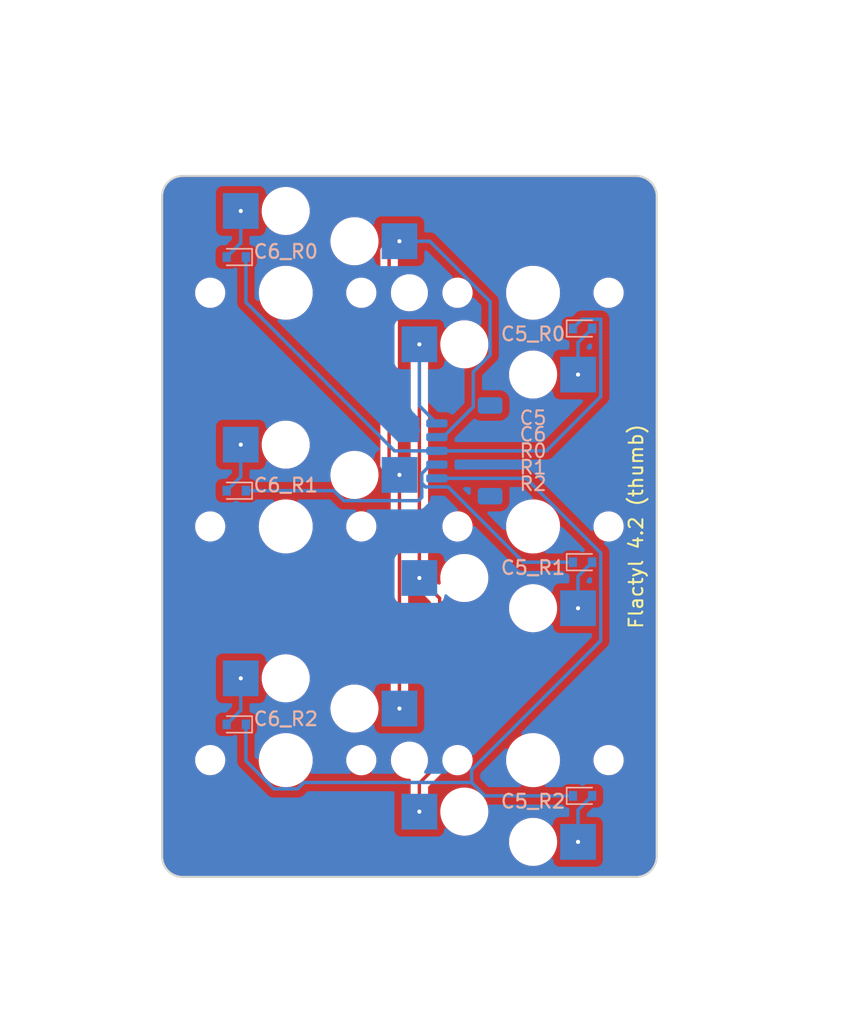
<source format=kicad_pcb>
(kicad_pcb (version 20221018) (generator pcbnew)
  (title_block (title "thumb") (rev "v1.0.0") (company "Unknown"))
  (layers (0 "F.Cu" signal) (31 "B.Cu" signal) (34 "B.Paste" user) (35 "F.Paste" user) (36 "B.SilkS" user "B.Silkscreen") (37 "F.SilkS" user "F.Silkscreen") (38 "B.Mask" user) (39 "F.Mask" user) (44 "Edge.Cuts" user))
  (net 0 "")
  (net 1 "C5")
  (net 2 "C6")
  (net 3 "R0")
  (net 4 "R1")
  (net 5 "R2")
  (net 6 "C5_R0D")
  (net 7 "C5_R1D")
  (net 8 "C5_R2D")
  (net 9 "C6_R0D")
  (net 10 "C6_R1D")
  (net 11 "C6_R2D")
  (footprint "somelogo" (layer "F.Cu") (at 18 -54)
    (fp_text reference "T3" hide)
    (fp_text value "y")
  )
  (footprint "MountingHole_2.2mm_M2" (layer "F.Cu") (at 9 -34)
    (fp_text reference "H1" hide)
    (fp_text value "" (at 0 0) (layer "F.SilkS") (effects (font (size 1.27 1.27))))
    (pad "" np_thru_hole circle (at 0 0) (size 2.2 2.2) (drill 2.2) (layers "*.Cu" "*.Mask"))
  )
  (footprint "somelogo" (layer "F.Cu") (at 25.5 -17 -90)
    (fp_text reference "T1" hide)
    (fp_text value "Flactyl 4.2 (thumb)" (at 0 0 270) (layer "F.SilkS"))
  )
  (footprint "somelogo" (layer "F.Cu") (at 38 -34)
    (fp_text reference "T2" hide)
    (fp_text value "x")
  )
  (footprint "MountingHole_2.2mm_M2" (layer "F.Cu") (at 9 0)
    (fp_text reference "H2" hide)
    (fp_text value "" (at 0 0) (layer "F.SilkS") (effects (font (size 1.27 1.27))))
    (pad "" np_thru_hole circle (at 0 0) (size 2.2 2.2) (drill 2.2) (layers "*.Cu" "*.Mask"))
  )
  (footprint "Kailh_socket_PG1350_no_silk" (layer "B.Cu") (at 18 -17)
    (fp_text reference "S2" hide)
    (fp_text value "" (at 0 0) (layer "F.SilkS") (effects (font (size 1.27 1.27))))
    (fp_text user "C5_R1" (at 0 3) (layer "B.SilkS"))
    (fp_text user "C5_R1" (at 0 3) (layer "F.SilkS"))
    (pad "" np_thru_hole circle (at -5.5 0) (size 1.7018 1.7018) (drill 1.7018) (layers "*.Cu" "*.Mask"))
    (pad "" np_thru_hole circle (at -5 3.75) (size 3 3) (drill 3) (layers "*.Cu" "*.Mask"))
    (pad "" np_thru_hole circle (at 0 0) (size 3.429 3.429) (drill 3.429) (layers "*.Cu" "*.Mask"))
    (pad "" np_thru_hole circle (at 0 5.95) (size 3 3) (drill 3) (layers "*.Cu" "*.Mask"))
    (pad "" np_thru_hole circle (at 5.5 0) (size 1.7018 1.7018) (drill 1.7018) (layers "*.Cu" "*.Mask"))
    (pad "1" smd rect (at 3.275 5.95) (size 2.6 2.6) (layers "B.Cu" "B.Paste" "B.Mask") (net 7 "C5_R1D"))
    (pad "2" smd rect (at -8.275 3.75) (size 2.6 2.6) (layers "B.Cu" "B.Paste" "B.Mask") (net 1 "C5"))
    (pad "3" thru_hole circle (at 3.275 5.95) (size 0.6 0.6) (drill 0.3) (layers "*.Cu") (net 7 "C5_R1D"))
    (pad "4" thru_hole circle (at -8.275 3.75) (size 0.6 0.6) (drill 0.3) (layers "*.Cu") (net 1 "C5"))
  )
  (footprint "Kailh_socket_PG1350_no_silk" (layer "B.Cu") (at 18 -34)
    (fp_text reference "S1" hide)
    (fp_text value "" (at 0 0) (layer "F.SilkS") (effects (font (size 1.27 1.27))))
    (fp_text user "C5_R0" (at 0 3) (layer "B.SilkS"))
    (fp_text user "C5_R0" (at 0 3) (layer "F.SilkS"))
    (pad "" np_thru_hole circle (at -5.5 0) (size 1.7018 1.7018) (drill 1.7018) (layers "*.Cu" "*.Mask"))
    (pad "" np_thru_hole circle (at -5 3.75) (size 3 3) (drill 3) (layers "*.Cu" "*.Mask"))
    (pad "" np_thru_hole circle (at 0 0) (size 3.429 3.429) (drill 3.429) (layers "*.Cu" "*.Mask"))
    (pad "" np_thru_hole circle (at 0 5.95) (size 3 3) (drill 3) (layers "*.Cu" "*.Mask"))
    (pad "" np_thru_hole circle (at 5.5 0) (size 1.7018 1.7018) (drill 1.7018) (layers "*.Cu" "*.Mask"))
    (pad "1" smd rect (at 3.275 5.95) (size 2.6 2.6) (layers "B.Cu" "B.Paste" "B.Mask") (net 6 "C5_R0D"))
    (pad "2" smd rect (at -8.275 3.75) (size 2.6 2.6) (layers "B.Cu" "B.Paste" "B.Mask") (net 1 "C5"))
    (pad "3" thru_hole circle (at 3.275 5.95) (size 0.6 0.6) (drill 0.3) (layers "*.Cu") (net 6 "C5_R0D"))
    (pad "4" thru_hole circle (at -8.275 3.75) (size 0.6 0.6) (drill 0.3) (layers "*.Cu") (net 1 "C5"))
  )
  (footprint "JST_SH_SM05B-SRSS-TB_1x05-1MP_P1.00mm_Horizontal" (layer "B.Cu") (at 13 -22.5 -90)
    (fp_text reference "JC1" hide)
    (fp_text value "" (at 0 0 -90) (layer "F.SilkS") (effects (font (size 1.27 1.27))))
    (fp_text user "R2" (at 2.4 -5 unlocked) (layer "B.SilkS"))
    (fp_text user "R0" (at 0 -5 unlocked) (layer "B.SilkS"))
    (fp_text user "C5" (at -2.4 -5 unlocked) (layer "B.SilkS"))
    (fp_text user "R1" (at 1.2 -5 unlocked) (layer "B.SilkS"))
    (fp_text user "C6" (at -1.2 -5 unlocked) (layer "B.SilkS"))
    (pad "1" smd roundrect (at -2 2 270) (size 0.6 1.55) (layers "B.Cu" "B.Paste" "B.Mask") (net 1 "C5"))
    (pad "2" smd roundrect (at -1 2 270) (size 0.6 1.55) (layers "B.Cu" "B.Paste" "B.Mask") (net 2 "C6"))
    (pad "3" smd roundrect (at 0 2 270) (size 0.6 1.55) (layers "B.Cu" "B.Paste" "B.Mask") (net 3 "R0"))
    (pad "4" smd roundrect (at 1 2 270) (size 0.6 1.55) (layers "B.Cu" "B.Paste" "B.Mask") (net 4 "R1"))
    (pad "5" smd roundrect (at 2 2 270) (size 0.6 1.55) (layers "B.Cu" "B.Paste" "B.Mask") (net 5 "R2"))
    (pad "MP" smd roundrect (at -3.3 -1.875 270) (size 1.2 1.8) (layers "B.Cu" "B.Paste" "B.Mask") (roundrect_rratio 0.2083333333))
    (pad "MP" smd roundrect (at 3.3 -1.875 270) (size 1.2 1.8) (layers "B.Cu" "B.Paste" "B.Mask") (roundrect_rratio 0.2083333333))
  )
  (footprint "Kailh_socket_PG1350_no_silk" (layer "B.Cu") (at 0 -34 180)
    (fp_text reference "S4" hide)
    (fp_text value "" (at 0 0 180) (layer "F.SilkS") (effects (font (size 1.27 1.27))))
    (fp_text user "C6_R0" (at 0 3 180) (layer "B.SilkS"))
    (fp_text user "C6_R0" (at 0 3 180) (layer "F.SilkS"))
    (pad "" np_thru_hole circle (at -5.5 0) (size 1.7018 1.7018) (drill 1.7018) (layers "*.Cu" "*.Mask"))
    (pad "" np_thru_hole circle (at -5 3.75) (size 3 3) (drill 3) (layers "*.Cu" "*.Mask"))
    (pad "" np_thru_hole circle (at 0 0) (size 3.429 3.429) (drill 3.429) (layers "*.Cu" "*.Mask"))
    (pad "" np_thru_hole circle (at 0 5.95) (size 3 3) (drill 3) (layers "*.Cu" "*.Mask"))
    (pad "" np_thru_hole circle (at 5.5 0) (size 1.7018 1.7018) (drill 1.7018) (layers "*.Cu" "*.Mask"))
    (pad "1" smd rect (at 3.275 5.95) (size 2.6 2.6) (layers "B.Cu" "B.Paste" "B.Mask") (net 9 "C6_R0D"))
    (pad "2" smd rect (at -8.275 3.75) (size 2.6 2.6) (layers "B.Cu" "B.Paste" "B.Mask") (net 2 "C6"))
    (pad "3" thru_hole circle (at 3.275 5.95) (size 0.6 0.6) (drill 0.3) (layers "*.Cu") (net 9 "C6_R0D"))
    (pad "4" thru_hole circle (at -8.275 3.75) (size 0.6 0.6) (drill 0.3) (layers "*.Cu") (net 2 "C6"))
  )
  (footprint "D_SOD-523" (layer "B.Cu") (at 21.6 -14.4)
    (fp_text reference "D2" hide)
    (fp_text value "D_SOD-523")
    (fp_line (start -1.15 -0.6) (end -1.15 0.6) (stroke (width 0.12)) (layer "B.SilkS"))
    (fp_line (start 0.7 -0.6) (end -1.15 -0.6) (stroke (width 0.12)) (layer "B.SilkS"))
    (fp_line (start 0.7 0.6) (end -1.15 0.6) (stroke (width 0.12)) (layer "B.SilkS"))
    (pad "1" smd rect (at -0.7 0) (size 0.6 0.7) (layers "B.Cu" "B.Paste" "B.Mask") (net 4 "R1"))
    (pad "2" smd rect (at 0.7 0) (size 0.6 0.7) (layers "B.Cu" "B.Paste" "B.Mask") (net 7 "C5_R1D"))
  )
  (footprint "D_SOD-523" (layer "B.Cu") (at -3.6 -36.6 180)
    (fp_text reference "D4" hide)
    (fp_text value "D_SOD-523")
    (fp_line (start -1.15 -0.6) (end -1.15 0.6) (stroke (width 0.12)) (layer "B.SilkS"))
    (fp_line (start 0.7 -0.6) (end -1.15 -0.6) (stroke (width 0.12)) (layer "B.SilkS"))
    (fp_line (start 0.7 0.6) (end -1.15 0.6) (stroke (width 0.12)) (layer "B.SilkS"))
    (pad "1" smd rect (at -0.7 0 180) (size 0.6 0.7) (layers "B.Cu" "B.Paste" "B.Mask") (net 3 "R0"))
    (pad "2" smd rect (at 0.7 0 180) (size 0.6 0.7) (layers "B.Cu" "B.Paste" "B.Mask") (net 9 "C6_R0D"))
  )
  (footprint "Kailh_socket_PG1350_no_silk" (layer "B.Cu") (at 0 -17 180)
    (fp_text reference "S5" hide)
    (fp_text value "" (at 0 0 180) (layer "F.SilkS") (effects (font (size 1.27 1.27))))
    (fp_text user "C6_R1" (at 0 3 180) (layer "B.SilkS"))
    (fp_text user "C6_R1" (at 0 3 180) (layer "F.SilkS"))
    (pad "" np_thru_hole circle (at -5.5 0) (size 1.7018 1.7018) (drill 1.7018) (layers "*.Cu" "*.Mask"))
    (pad "" np_thru_hole circle (at -5 3.75) (size 3 3) (drill 3) (layers "*.Cu" "*.Mask"))
    (pad "" np_thru_hole circle (at 0 0) (size 3.429 3.429) (drill 3.429) (layers "*.Cu" "*.Mask"))
    (pad "" np_thru_hole circle (at 0 5.95) (size 3 3) (drill 3) (layers "*.Cu" "*.Mask"))
    (pad "" np_thru_hole circle (at 5.5 0) (size 1.7018 1.7018) (drill 1.7018) (layers "*.Cu" "*.Mask"))
    (pad "1" smd rect (at 3.275 5.95) (size 2.6 2.6) (layers "B.Cu" "B.Paste" "B.Mask") (net 10 "C6_R1D"))
    (pad "2" smd rect (at -8.275 3.75) (size 2.6 2.6) (layers "B.Cu" "B.Paste" "B.Mask") (net 2 "C6"))
    (pad "3" thru_hole circle (at 3.275 5.95) (size 0.6 0.6) (drill 0.3) (layers "*.Cu") (net 10 "C6_R1D"))
    (pad "4" thru_hole circle (at -8.275 3.75) (size 0.6 0.6) (drill 0.3) (layers "*.Cu") (net 2 "C6"))
  )
  (footprint "D_SOD-523" (layer "B.Cu") (at -3.6 -19.6 180)
    (fp_text reference "D5" hide)
    (fp_text value "D_SOD-523")
    (fp_line (start -1.15 -0.6) (end -1.15 0.6) (stroke (width 0.12)) (layer "B.SilkS"))
    (fp_line (start 0.7 -0.6) (end -1.15 -0.6) (stroke (width 0.12)) (layer "B.SilkS"))
    (fp_line (start 0.7 0.6) (end -1.15 0.6) (stroke (width 0.12)) (layer "B.SilkS"))
    (pad "1" smd rect (at -0.7 0 180) (size 0.6 0.7) (layers "B.Cu" "B.Paste" "B.Mask") (net 4 "R1"))
    (pad "2" smd rect (at 0.7 0 180) (size 0.6 0.7) (layers "B.Cu" "B.Paste" "B.Mask") (net 10 "C6_R1D"))
  )
  (footprint "D_SOD-523" (layer "B.Cu") (at 21.6 2.6)
    (fp_text reference "D3" hide)
    (fp_text value "D_SOD-523")
    (fp_line (start -1.15 -0.6) (end -1.15 0.6) (stroke (width 0.12)) (layer "B.SilkS"))
    (fp_line (start 0.7 -0.6) (end -1.15 -0.6) (stroke (width 0.12)) (layer "B.SilkS"))
    (fp_line (start 0.7 0.6) (end -1.15 0.6) (stroke (width 0.12)) (layer "B.SilkS"))
    (pad "1" smd rect (at -0.7 0) (size 0.6 0.7) (layers "B.Cu" "B.Paste" "B.Mask") (net 5 "R2"))
    (pad "2" smd rect (at 0.7 0) (size 0.6 0.7) (layers "B.Cu" "B.Paste" "B.Mask") (net 8 "C5_R2D"))
  )
  (footprint "Kailh_socket_PG1350_no_silk" (layer "B.Cu") (at 0 0 180)
    (fp_text reference "S6" hide)
    (fp_text value "" (at 0 0 180) (layer "F.SilkS") (effects (font (size 1.27 1.27))))
    (fp_text user "C6_R2" (at 0 3 180) (layer "B.SilkS"))
    (fp_text user "C6_R2" (at 0 3 180) (layer "F.SilkS"))
    (pad "" np_thru_hole circle (at -5.5 0) (size 1.7018 1.7018) (drill 1.7018) (layers "*.Cu" "*.Mask"))
    (pad "" np_thru_hole circle (at -5 3.75) (size 3 3) (drill 3) (layers "*.Cu" "*.Mask"))
    (pad "" np_thru_hole circle (at 0 0) (size 3.429 3.429) (drill 3.429) (layers "*.Cu" "*.Mask"))
    (pad "" np_thru_hole circle (at 0 5.95) (size 3 3) (drill 3) (layers "*.Cu" "*.Mask"))
    (pad "" np_thru_hole circle (at 5.5 0) (size 1.7018 1.7018) (drill 1.7018) (layers "*.Cu" "*.Mask"))
    (pad "1" smd rect (at 3.275 5.95) (size 2.6 2.6) (layers "B.Cu" "B.Paste" "B.Mask") (net 11 "C6_R2D"))
    (pad "2" smd rect (at -8.275 3.75) (size 2.6 2.6) (layers "B.Cu" "B.Paste" "B.Mask") (net 2 "C6"))
    (pad "3" thru_hole circle (at 3.275 5.95) (size 0.6 0.6) (drill 0.3) (layers "*.Cu") (net 11 "C6_R2D"))
    (pad "4" thru_hole circle (at -8.275 3.75) (size 0.6 0.6) (drill 0.3) (layers "*.Cu") (net 2 "C6"))
  )
  (footprint "D_SOD-523" (layer "B.Cu") (at 21.6 -31.4)
    (fp_text reference "D1" hide)
    (fp_text value "D_SOD-523")
    (fp_line (start -1.15 -0.6) (end -1.15 0.6) (stroke (width 0.12)) (layer "B.SilkS"))
    (fp_line (start 0.7 -0.6) (end -1.15 -0.6) (stroke (width 0.12)) (layer "B.SilkS"))
    (fp_line (start 0.7 0.6) (end -1.15 0.6) (stroke (width 0.12)) (layer "B.SilkS"))
    (pad "1" smd rect (at -0.7 0) (size 0.6 0.7) (layers "B.Cu" "B.Paste" "B.Mask") (net 3 "R0"))
    (pad "2" smd rect (at 0.7 0) (size 0.6 0.7) (layers "B.Cu" "B.Paste" "B.Mask") (net 6 "C5_R0D"))
  )
  (footprint "D_SOD-523" (layer "B.Cu") (at -3.6 -2.6 180)
    (fp_text reference "D6" hide)
    (fp_text value "D_SOD-523")
    (fp_line (start -1.15 -0.6) (end -1.15 0.6) (stroke (width 0.12)) (layer "B.SilkS"))
    (fp_line (start 0.7 -0.6) (end -1.15 -0.6) (stroke (width 0.12)) (layer "B.SilkS"))
    (fp_line (start 0.7 0.6) (end -1.15 0.6) (stroke (width 0.12)) (layer "B.SilkS"))
    (pad "1" smd rect (at -0.7 0 180) (size 0.6 0.7) (layers "B.Cu" "B.Paste" "B.Mask") (net 5 "R2"))
    (pad "2" smd rect (at 0.7 0 180) (size 0.6 0.7) (layers "B.Cu" "B.Paste" "B.Mask") (net 11 "C6_R2D"))
  )
  (footprint "Kailh_socket_PG1350_no_silk" (layer "B.Cu") (at 18 0)
    (fp_text reference "S3" hide)
    (fp_text value "" (at 0 0) (layer "F.SilkS") (effects (font (size 1.27 1.27))))
    (fp_text user "C5_R2" (at 0 3) (layer "B.SilkS"))
    (fp_text user "C5_R2" (at 0 3) (layer "F.SilkS"))
    (pad "" np_thru_hole circle (at -5.5 0) (size 1.7018 1.7018) (drill 1.7018) (layers "*.Cu" "*.Mask"))
    (pad "" np_thru_hole circle (at -5 3.75) (size 3 3) (drill 3) (layers "*.Cu" "*.Mask"))
    (pad "" np_thru_hole circle (at 0 0) (size 3.429 3.429) (drill 3.429) (layers "*.Cu" "*.Mask"))
    (pad "" np_thru_hole circle (at 0 5.95) (size 3 3) (drill 3) (layers "*.Cu" "*.Mask"))
    (pad "" np_thru_hole circle (at 5.5 0) (size 1.7018 1.7018) (drill 1.7018) (layers "*.Cu" "*.Mask"))
    (pad "1" smd rect (at 3.275 5.95) (size 2.6 2.6) (layers "B.Cu" "B.Paste" "B.Mask") (net 8 "C5_R2D"))
    (pad "2" smd rect (at -8.275 3.75) (size 2.6 2.6) (layers "B.Cu" "B.Paste" "B.Mask") (net 1 "C5"))
    (pad "3" thru_hole circle (at 3.275 5.95) (size 0.6 0.6) (drill 0.3) (layers "*.Cu") (net 8 "C5_R2D"))
    (pad "4" thru_hole circle (at -8.275 3.75) (size 0.6 0.6) (drill 0.3) (layers "*.Cu") (net 1 "C5"))
  )
  (gr_arc (start 27 7) (mid 26.56066 8.06066) (end 25.5 8.5) (stroke (width 0.15)) (layer "Edge.Cuts"))
  (gr_line (start -7.5 -42.5) (end 25.5 -42.5) (stroke (width 0.15)) (layer "Edge.Cuts"))
  (gr_arc (start -9 -41) (mid -8.56066 -42.06066) (end -7.5 -42.5) (stroke (width 0.15)) (layer "Edge.Cuts"))
  (gr_line (start -7.5 8.5) (end 25.5 8.5) (stroke (width 0.15)) (layer "Edge.Cuts"))
  (gr_line (start 27 7) (end 27 -41) (stroke (width 0.15)) (layer "Edge.Cuts"))
  (gr_arc (start 25.5 -42.5) (mid 26.56066 -42.06066) (end 27 -41) (stroke (width 0.15)) (layer "Edge.Cuts"))
  (gr_line (start -9 7) (end -9 -41) (stroke (width 0.15)) (layer "Edge.Cuts"))
  (gr_arc (start -7.5 8.5) (mid -8.56066 8.06066) (end -9 7) (stroke (width 0.15)) (layer "Edge.Cuts"))
  (segment (start 11.2 0.2) (end 11.2 -11.775) (width 0.25) (layer "F.Cu") (net 1))
  (segment (start 9.725 1.675) (end 11.2 0.2) (width 0.25) (layer "F.Cu") (net 1))
  (segment (start 11.2 -11.775) (end 9.725 -13.25) (width 0.25) (layer "F.Cu") (net 1))
  (segment (start 9.725 -13.25) (end 9.725 -30.25) (width 0.25) (layer "F.Cu") (net 1))
  (segment (start 9.725 3.75) (end 9.725 1.675) (width 0.25) (layer "F.Cu") (net 1))
  (segment (start 11 -24.5) (end 9.725 -25.775) (width 0.25) (layer "B.Cu") (net 1))
  (segment (start 9.725 -25.775) (end 9.725 -30.25) (width 0.25) (layer "B.Cu") (net 1))
  (segment (start 7.525 -21.5) (end 8.275 -20.75) (width 0.25) (layer "F.Cu") (net 2))
  (segment (start 8.275 -20.75) (end 8.275 -3.75) (width 0.25) (layer "F.Cu") (net 2))
  (segment (start 8.275 -37.75) (end 7.525 -37) (width 0.25) (layer "F.Cu") (net 2))
  (segment (start 7.525 -37) (end 7.525 -21.5) (width 0.25) (layer "F.Cu") (net 2))
  (segment (start 14.875 -29.47335) (end 14.875 -33.358684) (width 0.25) (layer "B.Cu") (net 2))
  (segment (start 11 -23.5) (end 11.446751 -23.5) (width 0.25) (layer "B.Cu") (net 2))
  (segment (start 14.875 -33.358684) (end 10.483684 -37.75) (width 0.25) (layer "B.Cu") (net 2))
  (segment (start 10.483684 -37.75) (end 8.275 -37.75) (width 0.25) (layer "B.Cu") (net 2))
  (segment (start 11.446751 -23.5) (end 13.65 -25.703249) (width 0.25) (layer "B.Cu") (net 2))
  (segment (start 13.65 -25.703249) (end 13.65 -28.24835) (width 0.25) (layer "B.Cu") (net 2))
  (segment (start 13.65 -28.24835) (end 14.875 -29.47335) (width 0.25) (layer "B.Cu") (net 2))
  (segment (start 18.975 -22.5) (end 11 -22.5) (width 0.25) (layer "B.Cu") (net 3))
  (segment (start 7.914035 -22.5) (end 11 -22.5) (width 0.25) (layer "B.Cu") (net 3))
  (segment (start 20.9 -31.4) (end 21.575 -32.075) (width 0.25) (layer "B.Cu") (net 3))
  (segment (start 22.925 -26.45) (end 18.975 -22.5) (width 0.25) (layer "B.Cu") (net 3))
  (segment (start 21.575 -32.075) (end 22.925 -32.075) (width 0.25) (layer "B.Cu") (net 3))
  (segment (start -2.9 -33.314035) (end 7.914035 -22.5) (width 0.25) (layer "B.Cu") (net 3))
  (segment (start 22.925 -32.075) (end 22.925 -26.45) (width 0.25) (layer "B.Cu") (net 3))
  (segment (start -2.9 -36.6) (end -2.9 -33.314035) (width 0.25) (layer "B.Cu") (net 3))
  (segment (start 9.9 -20.153249) (end 9.9 -20.846751) (width 0.25) (layer "B.Cu") (net 4))
  (segment (start 4.22335 -18.875) (end 9.65 -18.875) (width 0.25) (layer "B.Cu") (net 4))
  (segment (start 9.65 -18.875) (end 9.9 -19.125) (width 0.25) (layer "B.Cu") (net 4))
  (segment (start 10.178249 -19.875) (end 9.9 -20.153249) (width 0.25) (layer "B.Cu") (net 4))
  (segment (start 20.9 -14.4) (end 17.296751 -14.4) (width 0.25) (layer "B.Cu") (net 4))
  (segment (start 10.553249 -21.5) (end 11 -21.5) (width 0.25) (layer "B.Cu") (net 4))
  (segment (start 11.821751 -19.875) (end 10.178249 -19.875) (width 0.25) (layer "B.Cu") (net 4))
  (segment (start 3.49835 -19.6) (end 4.22335 -18.875) (width 0.25) (layer "B.Cu") (net 4))
  (segment (start 9.9 -19.125) (end 9.9 -20.153249) (width 0.25) (layer "B.Cu") (net 4))
  (segment (start 17.296751 -14.4) (end 11.821751 -19.875) (width 0.25) (layer "B.Cu") (net 4))
  (segment (start 9.9 -20.846751) (end 10.553249 -21.5) (width 0.25) (layer "B.Cu") (net 4))
  (segment (start -2.9 -19.6) (end 3.49835 -19.6) (width 0.25) (layer "B.Cu") (net 4))
  (segment (start 22.925 -8.691316) (end 13.529149 0.704535) (width 0.25) (layer "B.Cu") (net 5))
  (segment (start 13.529149 0.704535) (end 13.529149 1.627499) (width 0.25) (layer "B.Cu") (net 5))
  (segment (start 0.865499 2.0895) (end -0.865499 2.0895) (width 0.25) (layer "B.Cu") (net 5))
  (segment (start 13.529149 1.627499) (end 1.327499 1.627499) (width 0.25) (layer "B.Cu") (net 5))
  (segment (start 1.327499 1.627499) (end 0.865499 2.0895) (width 0.25) (layer "B.Cu") (net 5))
  (segment (start 14.50165 2.6) (end 13.529149 1.627499) (width 0.25) (layer "B.Cu") (net 5))
  (segment (start -2.9 0.054999) (end -2.9 -2.6) (width 0.25) (layer "B.Cu") (net 5))
  (segment (start 17.5 -20.5) (end 22.925 -15.075) (width 0.25) (layer "B.Cu") (net 5))
  (segment (start 22.925 -15.075) (end 22.925 -8.691316) (width 0.25) (layer "B.Cu") (net 5))
  (segment (start -0.865499 2.0895) (end -2.9 0.054999) (width 0.25) (layer "B.Cu") (net 5))
  (segment (start 20.9 2.6) (end 14.50165 2.6) (width 0.25) (layer "B.Cu") (net 5))
  (segment (start 11 -20.5) (end 17.5 -20.5) (width 0.25) (layer "B.Cu") (net 5))
  (segment (start 21.275 -30.375) (end 22.3 -31.4) (width 0.25) (layer "B.Cu") (net 6))
  (segment (start 21.275 -28.05) (end 21.275 -30.375) (width 0.25) (layer "B.Cu") (net 6))
  (segment (start 21.275 -11.05) (end 21.275 -13.375) (width 0.25) (layer "B.Cu") (net 7))
  (segment (start 21.275 -13.375) (end 22.3 -14.4) (width 0.25) (layer "B.Cu") (net 7))
  (segment (start 21.275 3.625) (end 22.3 2.6) (width 0.25) (layer "B.Cu") (net 8))
  (segment (start 21.275 5.95) (end 21.275 3.625) (width 0.25) (layer "B.Cu") (net 8))
  (segment (start -3.275 -37.625) (end -4.3 -36.6) (width 0.25) (layer "B.Cu") (net 9))
  (segment (start -3.275 -39.95) (end -3.275 -37.625) (width 0.25) (layer "B.Cu") (net 9))
  (segment (start -3.275 -20.625) (end -4.3 -19.6) (width 0.25) (layer "B.Cu") (net 10))
  (segment (start -3.275 -22.95) (end -3.275 -20.625) (width 0.25) (layer "B.Cu") (net 10))
  (segment (start -3.275 -3.625) (end -4.3 -2.6) (width 0.25) (layer "B.Cu") (net 11))
  (segment (start -3.275 -5.95) (end -3.275 -3.625) (width 0.25) (layer "B.Cu") (net 11))
  (zone (net 0) (net_name "") (layers "F&B.Cu") (connect_pads (clearance 0.508)) (min_thickness 0.25) (fill yes (thermal_gap 0.5) (thermal_bridge_width 0.5) (island_removal_mode 1) (island_area_min 10))
    (polygon (pts (xy -20.8 -55.3) (xy -20.2 19.2) (xy 42.1 18.2) (xy 40.4 -53.8)))
  )
)
</source>
